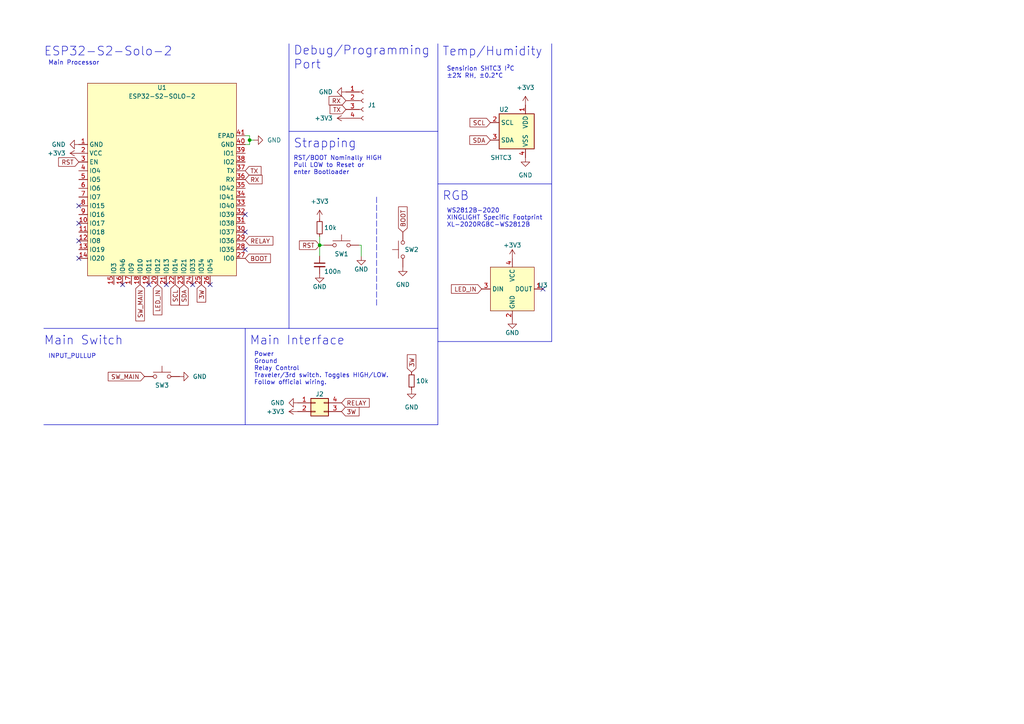
<source format=kicad_sch>
(kicad_sch (version 20230121) (generator eeschema)
  (paper "A4")
  (lib_symbols
    (symbol "Connector:Conn_01x04_Socket" (pin_names (offset 1.016) hide)
      (property "Reference" "J" (at 0 5.08 0))
      (property "Value" "Conn_01x04_Socket" (at 0 -7.62 0))
      (symbol "Conn_01x04_Socket_1_1"
        (arc (start 0 -4.572) (mid -0.5058 -5.08) (end 0 -5.588) (stroke (width 0.1524)))
        (arc (start 0 -2.032) (mid -0.5058 -2.54) (end 0 -3.048) (stroke (width 0.1524)))
        (polyline (pts (xy -1.27 -5.08) (xy -0.508 -5.08)) (stroke (width 0.1524)))
        (polyline (pts (xy -1.27 -2.54) (xy -0.508 -2.54)) (stroke (width 0.1524)))
        (polyline (pts (xy -1.27 0) (xy -0.508 0)) (stroke (width 0.1524)))
        (polyline (pts (xy -1.27 2.54) (xy -0.508 2.54)) (stroke (width 0.1524)))
        (arc (start 0 0.508) (mid -0.5058 0) (end 0 -0.508) (stroke (width 0.1524)))
        (arc (start 0 3.048) (mid -0.5058 2.54) (end 0 2.032) (stroke (width 0.1524)))
        (pin passive line (at -5.08 2.54 0) (length 3.81) (name "Pin_1") (number "1"))
        (pin passive line (at -5.08 0 0) (length 3.81) (name "Pin_2") (number "2"))
        (pin passive line (at -5.08 -2.54 0) (length 3.81) (name "Pin_3") (number "3"))
        (pin passive line (at -5.08 -5.08 0) (length 3.81) (name "Pin_4") (number "4"))
      )
    )
    (symbol "Connector_Generic:Conn_02x02_Counter_Clockwise" (pin_names (offset 1.016) hide)
      (property "Reference" "J" (at 1.27 2.54 0))
      (property "Value" "Conn_02x02_Counter_Clockwise" (at 1.27 -5.08 0))
      (symbol "Conn_02x02_Counter_Clockwise_1_1"
        (rectangle (start -1.27 -2.413) (end 0 -2.667) (stroke (width 0.1524)))
        (rectangle (start -1.27 0.127) (end 0 -0.127) (stroke (width 0.1524)))
        (rectangle (start -1.27 1.27) (end 3.81 -3.81) (stroke (width 0.254)) (fill (type background)))
        (rectangle (start 3.81 -2.413) (end 2.54 -2.667) (stroke (width 0.1524)))
        (rectangle (start 3.81 0.127) (end 2.54 -0.127) (stroke (width 0.1524)))
        (pin passive line (at -5.08 0 0) (length 3.81) (name "Pin_1") (number "1"))
        (pin passive line (at -5.08 -2.54 0) (length 3.81) (name "Pin_2") (number "2"))
        (pin passive line (at 7.62 -2.54 180) (length 3.81) (name "Pin_3") (number "3"))
        (pin passive line (at 7.62 0 180) (length 3.81) (name "Pin_4") (number "4"))
      )
    )
    (symbol "Device:C_Small" (pin_numbers hide) (pin_names (offset 0.254) hide)
      (property "Reference" "C" (at 0.254 1.778 0))
      (property "Value" "C_Small" (at 0.254 -2.032 0))
      (symbol "C_Small_0_1"
        (polyline (pts (xy -1.524 -0.508) (xy 1.524 -0.508)) (stroke (width 0.3302)))
        (polyline (pts (xy -1.524 0.508) (xy 1.524 0.508)) (stroke (width 0.3048)))
      )
      (symbol "C_Small_1_1"
        (pin passive line (at 0 2.54 270) (length 2.032) (name "~") (number "1"))
        (pin passive line (at 0 -2.54 90) (length 2.032) (name "~") (number "2"))
      )
    )
    (symbol "Device:R_Small" (pin_numbers hide) (pin_names (offset 0.254) hide)
      (property "Reference" "R" (at 0.762 0.508 0))
      (property "Value" "R_Small" (at 0.762 -1.016 0))
      (symbol "R_Small_0_1"
        (rectangle (start -0.762 1.778) (end 0.762 -1.778) (stroke (width 0.2032)))
      )
      (symbol "R_Small_1_1"
        (pin passive line (at 0 2.54 270) (length 0.762) (name "~") (number "1"))
        (pin passive line (at 0 -2.54 90) (length 0.762) (name "~") (number "2"))
      )
    )
    (symbol "LED_Custom:WS2812B-2020"
      (property "Reference" "U" (at 3.81 7.62 0))
      (symbol "WS2812B-2020_1_1"
        (rectangle (start -6.35 6.35) (end 6.35 -6.35) (fill (type background)))
        (pin output line (at 8.89 0 180) (length 2.54) (name "DOUT") (number "1"))
        (pin input line (at 0 -8.89 90) (length 2.54) (name "GND") (number "2"))
        (pin input line (at -8.89 0 0) (length 2.54) (name "DIN") (number "3"))
        (pin input line (at 0 8.89 270) (length 2.54) (name "VCC") (number "4"))
      )
    )
    (symbol "S2 Solo:ESP32-S2-SOLO-2"
      (property "Reference" "U" (at -19.05 25.4 0))
      (property "Value" "ESP32-S2-SOLO-2" (at 1.27 25.4 0))
      (symbol "ESP32-S2-SOLO-2_0_1"
        (rectangle (start 21.59 -27.94) (end -21.59 27.94) (fill (type background)))
      )
      (symbol "ESP32-S2-SOLO-2_1_1"
        (pin power_out line (at -24.13 10.16 0) (length 2.54) (name "GND") (number "1"))
        (pin input line (at -24.13 -12.7 0) (length 2.54) (name "IO17") (number "10"))
        (pin input line (at -24.13 -15.24 0) (length 2.54) (name "IO18") (number "11"))
        (pin input line (at -24.13 -17.78 0) (length 2.54) (name "IO8") (number "12"))
        (pin input line (at -24.13 -20.32 0) (length 2.54) (name "IO19") (number "13"))
        (pin input line (at -24.13 -22.86 0) (length 2.54) (name "IO20") (number "14"))
        (pin input line (at -13.97 -30.48 90) (length 2.54) (name "IO3") (number "15"))
        (pin input line (at -11.43 -30.48 90) (length 2.54) (name "IO46") (number "16"))
        (pin input line (at -8.89 -30.48 90) (length 2.54) (name "IO9") (number "17"))
        (pin input line (at -6.35 -30.48 90) (length 2.54) (name "IO10") (number "18"))
        (pin input line (at -3.81 -30.48 90) (length 2.54) (name "IO11") (number "19"))
        (pin power_in line (at -24.13 7.62 0) (length 2.54) (name "VCC") (number "2"))
        (pin input line (at -1.27 -30.48 90) (length 2.54) (name "IO12") (number "20"))
        (pin input line (at 1.27 -30.48 90) (length 2.54) (name "IO13") (number "21"))
        (pin input line (at 3.81 -30.48 90) (length 2.54) (name "IO14") (number "22"))
        (pin input line (at 6.35 -30.48 90) (length 2.54) (name "IO21") (number "23"))
        (pin input line (at 8.89 -30.48 90) (length 2.54) (name "IO33") (number "24"))
        (pin input line (at 11.43 -30.48 90) (length 2.54) (name "IO34") (number "25"))
        (pin input line (at 13.97 -30.48 90) (length 2.54) (name "IO45") (number "26"))
        (pin input line (at 24.13 -22.86 180) (length 2.54) (name "IO0") (number "27"))
        (pin input line (at 24.13 -20.32 180) (length 2.54) (name "IO35") (number "28"))
        (pin input line (at 24.13 -17.78 180) (length 2.54) (name "IO36") (number "29"))
        (pin input line (at -24.13 5.08 0) (length 2.54) (name "EN") (number "3"))
        (pin input line (at 24.13 -15.24 180) (length 2.54) (name "IO37") (number "30"))
        (pin input line (at 24.13 -12.7 180) (length 2.54) (name "IO38") (number "31"))
        (pin input line (at 24.13 -10.16 180) (length 2.54) (name "IO39") (number "32"))
        (pin input line (at 24.13 -7.62 180) (length 2.54) (name "IO40") (number "33"))
        (pin input line (at 24.13 -5.08 180) (length 2.54) (name "IO41") (number "34"))
        (pin input line (at 24.13 -2.54 180) (length 2.54) (name "IO42") (number "35"))
        (pin input line (at 24.13 0 180) (length 2.54) (name "RX") (number "36"))
        (pin input line (at 24.13 2.54 180) (length 2.54) (name "TX") (number "37"))
        (pin input line (at 24.13 5.08 180) (length 2.54) (name "IO2") (number "38"))
        (pin input line (at 24.13 7.62 180) (length 2.54) (name "IO1") (number "39"))
        (pin input line (at -24.13 2.54 0) (length 2.54) (name "IO4") (number "4"))
        (pin input line (at 24.13 10.16 180) (length 2.54) (name "GND") (number "40"))
        (pin input line (at 24.13 12.7 180) (length 2.54) (name "EPAD") (number "41"))
        (pin input line (at -24.13 0 0) (length 2.54) (name "IO5") (number "5"))
        (pin input line (at -24.13 -2.54 0) (length 2.54) (name "IO6") (number "6"))
        (pin input line (at -24.13 -5.08 0) (length 2.54) (name "IO7") (number "7"))
        (pin input line (at -24.13 -7.62 0) (length 2.54) (name "IO15") (number "8"))
        (pin input line (at -24.13 -10.16 0) (length 2.54) (name "IO16") (number "9"))
      )
    )
    (symbol "Sensor_Humidity:SHTC3"
      (property "Reference" "U" (at -3.81 6.35 0))
      (property "Value" "SHTC3" (at -2.54 -6.35 0))
      (symbol "SHTC3_1_1"
        (rectangle (start -5.08 5.08) (end 5.08 -5.08) (stroke (width 0.254)) (fill (type background)))
        (pin power_in line (at 2.54 7.62 270) (length 2.54) (name "VDD") (number "1"))
        (pin input line (at -7.62 2.54 0) (length 2.54) (name "SCL") (number "2"))
        (pin bidirectional line (at -7.62 -2.54 0) (length 2.54) (name "SDA") (number "3"))
        (pin power_in line (at 2.54 -7.62 90) (length 2.54) (name "VSS") (number "4"))
        (pin no_connect line (at 5.08 0 180) (length 2.54) hide (name "NC") (number "5"))
      )
    )
    (symbol "Switch:SW_Push" (pin_numbers hide) (pin_names (offset 1.016) hide)
      (property "Reference" "SW" (at 1.27 2.54 0))
      (property "Value" "SW_Push" (at 0 -1.524 0))
      (symbol "SW_Push_0_1"
        (circle (center -2.032 0) (radius 0.508))
        (polyline (pts (xy 0 1.27) (xy 0 3.048)))
        (polyline (pts (xy 2.54 1.27) (xy -2.54 1.27)))
        (circle (center 2.032 0) (radius 0.508))
        (pin passive line (at -5.08 0 0) (length 2.54) (name "1") (number "1"))
        (pin passive line (at 5.08 0 180) (length 2.54) (name "2") (number "2"))
      )
    )
    (symbol "power:+3V3" (power) (pin_names (offset 0))
      (property "Value" "+3V3" (at 0 3.556 0))
      (symbol "+3V3_0_1"
        (polyline (pts (xy -0.762 1.27) (xy 0 2.54)))
        (polyline (pts (xy 0 0) (xy 0 2.54)))
        (polyline (pts (xy 0 2.54) (xy 0.762 1.27)))
      )
      (symbol "+3V3_1_1"
        (pin power_in line (at 0 0 90) (length 0) hide (name "+3V3") (number "1"))
      )
    )
    (symbol "power:GND" (power) (pin_names (offset 0))
      (property "Value" "GND" (at 0 -3.81 0))
      (symbol "GND_0_1"
        (polyline (pts (xy 0 0) (xy 0 -1.27) (xy 1.27 -1.27) (xy 0 -2.54) (xy -1.27 -1.27) (xy 0 -1.27)))
      )
      (symbol "GND_1_1"
        (pin power_in line (at 0 0 270) (length 0) hide (name "GND") (number "1"))
      )
    )
  )
  (junction (at 92.71 71.12))
  (junction (at 72.39 40.64))
  (no_connect (at 55.88 82.55))
  (no_connect (at 157.48 83.82))
  (no_connect (at 71.12 62.23))
  (no_connect (at 48.26 82.55))
  (no_connect (at 22.86 69.85))
  (no_connect (at 22.86 59.69))
  (no_connect (at 35.56 82.55))
  (no_connect (at 22.86 64.77))
  (no_connect (at 71.12 67.31))
  (no_connect (at 43.18 82.55))
  (no_connect (at 22.86 74.93))
  (no_connect (at 71.12 72.39))
  (no_connect (at 60.96 82.55))
  (polyline (pts (xy 160.02 99.06) (xy 127 99.06)))
  (polyline (pts (xy 12.7 123.19) (xy 83.82 123.19)))
  (wire (pts (xy 71.12 41.91) (xy 72.39 41.91)))
  (wire (pts (xy 92.71 68.58) (xy 92.71 71.12)))
  (polyline (pts (xy 83.82 123.19) (xy 127 123.19)))
  (wire (pts (xy 104.775 74.295) (xy 104.775 71.12)))
  (wire (pts (xy 72.39 40.64) (xy 73.66 40.64)))
  (polyline (pts (xy 127 38.1) (xy 127 95.25)))
  (wire (pts (xy 104.775 71.12) (xy 104.14 71.12)))
  (polyline (pts (xy 71.12 123.19) (xy 71.12 95.25)))
  (polyline (pts (xy 127 123.19) (xy 127 95.25)))
  (polyline (pts (xy 127 12.7) (xy 127 38.1)))
  (wire (pts (xy 92.71 71.12) (xy 93.98 71.12)))
  (wire (pts (xy 92.71 71.12) (xy 92.71 74.295)))
  (wire (pts (xy 72.39 39.37) (xy 72.39 40.64)))
  (polyline (pts (xy 83.82 12.7) (xy 83.82 95.25)))
  (polyline (pts (xy 127 95.25) (xy 83.82 95.25)))
  (wire (pts (xy 71.12 39.37) (xy 72.39 39.37)))
  (polyline (pts (xy 12.7 95.25) (xy 83.82 95.25)))
  (wire (pts (xy 72.39 40.64) (xy 72.39 41.91)))
  (polyline (pts (xy 83.82 38.1) (xy 127 38.1)))
  (polyline (pts (xy 160.02 12.7) (xy 160.02 53.34)))
  (polyline (pts (xy 127 53.34) (xy 160.02 53.34)))
  (polyline (pts (xy 109.22 57.15) (xy 109.22 88.9)) (stroke (width 0) (type dash)))
  (polyline (pts (xy 160.02 53.34) (xy 160.02 99.06)))
  (text "Power\nGround\nRelay Control\nTraveler/3rd switch. Toggles HIGH/LOW.\nFollow official wiring." (at 73.66 111.76 0) (effects (font (size 1.27 1.27)) (justify left bottom)))
  (text "Main Switch" (at 12.7 100.33 0) (effects (font (size 2.54 2.54)) (justify left bottom)))
  (text "ESP32-S2-Solo-2\n" (at 12.7 16.51 0) (effects (font (size 2.54 2.54)) (justify left bottom)))
  (text "Main Processor" (at 13.97 19.05 0) (effects (font (size 1.27 1.27)) (justify left bottom)))
  (text "Sensirion SHTC3 I²C\n±2% RH, ±0.2°C" (at 129.54 22.86 0) (effects (font (size 1.27 1.27)) (justify left bottom)))
  (text "WS2812B-2020\nXINGLIGHT Specific Footprint\nXL-2020RGBC-WS2812B" (at 129.54 66.04 0) (effects (font (size 1.27 1.27)) (justify left bottom)))
  (text "Debug/Programming\nPort" (at 85.09 20.32 0) (effects (font (size 2.54 2.54)) (justify left bottom)))
  (text "Main Interface" (at 72.39 100.33 0) (effects (font (size 2.54 2.54)) (justify left bottom)))
  (text "INPUT_PULLUP" (at 13.97 104.14 0) (effects (font (size 1.27 1.27)) (justify left bottom)))
  (text "RGB" (at 128.27 58.42 0) (effects (font (size 2.54 2.54)) (justify left bottom)))
  (text "Temp/Humidity" (at 128.27 16.51 0) (effects (font (size 2.54 2.54)) (justify left bottom)))
  (text "Strapping" (at 85.09 43.18 0) (effects (font (size 2.54 2.54)) (justify left bottom)))
  (text "RST/BOOT Nominally HIGH\nPull LOW to Reset or\nenter Bootloader" (at 85.09 50.8 0) (effects (font (size 1.27 1.27)) (justify left bottom)))
  (global_label "SW_MAIN" (shape input) (at 40.64 82.55 270) (property "Intersheetrefs" "${INTERSHEET_REFS}" (effects hide)))
  (global_label "3W" (shape input) (at 119.38 107.95 90) (property "Intersheetrefs" "${INTERSHEET_REFS}" (effects hide)))
  (global_label "SW_MAIN" (shape input) (at 41.91 109.22 180) (property "Intersheetrefs" "${INTERSHEET_REFS}" (effects hide)))
  (global_label "SDA" (shape input) (at 53.34 82.55 270) (property "Intersheetrefs" "${INTERSHEET_REFS}" (effects hide)))
  (global_label "SCL" (shape input) (at 50.8 82.55 270) (property "Intersheetrefs" "${INTERSHEET_REFS}" (effects hide)))
  (global_label "3W" (shape input) (at 58.42 82.55 270) (property "Intersheetrefs" "${INTERSHEET_REFS}" (effects hide)))
  (global_label "RX" (shape input) (at 100.33 29.21 180) (property "Intersheetrefs" "${INTERSHEET_REFS}" (effects hide)))
  (global_label "3W" (shape input) (at 99.06 119.38 0) (property "Intersheetrefs" "${INTERSHEET_REFS}" (effects hide)))
  (global_label "SDA" (shape input) (at 142.24 40.64 180) (property "Intersheetrefs" "${INTERSHEET_REFS}" (effects hide)))
  (global_label "TX" (shape input) (at 100.33 31.75 180) (property "Intersheetrefs" "${INTERSHEET_REFS}" (effects hide)))
  (global_label "BOOT" (shape input) (at 71.12 74.93 0) (property "Intersheetrefs" "${INTERSHEET_REFS}" (effects hide)))
  (global_label "BOOT" (shape input) (at 116.84 67.31 90) (property "Intersheetrefs" "${INTERSHEET_REFS}" (effects hide)))
  (global_label "RX" (shape input) (at 71.12 52.07 0) (property "Intersheetrefs" "${INTERSHEET_REFS}" (effects hide)))
  (global_label "RELAY" (shape input) (at 99.06 116.84 0) (property "Intersheetrefs" "${INTERSHEET_REFS}" (effects hide)))
  (global_label "LED_IN" (shape input) (at 139.7 83.82 180) (property "Intersheetrefs" "${INTERSHEET_REFS}" (effects hide)))
  (global_label "RST" (shape input) (at 22.86 46.99 180) (property "Intersheetrefs" "${INTERSHEET_REFS}" (effects hide)))
  (global_label "LED_IN" (shape input) (at 45.72 82.55 270) (property "Intersheetrefs" "${INTERSHEET_REFS}" (effects hide)))
  (global_label "SCL" (shape input) (at 142.24 35.56 180) (property "Intersheetrefs" "${INTERSHEET_REFS}" (effects hide)))
  (global_label "TX" (shape input) (at 71.12 49.53 0) (property "Intersheetrefs" "${INTERSHEET_REFS}" (effects hide)))
  (global_label "RST" (shape input) (at 92.71 71.12 180) (property "Intersheetrefs" "${INTERSHEET_REFS}" (effects hide)))
  (global_label "RELAY" (shape input) (at 71.12 69.85 0) (property "Intersheetrefs" "${INTERSHEET_REFS}" (effects hide)))
  (symbol (lib_id "Connector_Generic:Conn_02x02_Counter_Clockwise") (at 91.44 116.84 0) (unit 1)
    (property "Reference" "J2" (at 92.71 114.3 0))
    (property "Value" "Conn_02x02_Counter_Clockwise" (effects hide))
    (property "Footprint" "Connector_PinSocket_2.54mm:PinSocket_2x02_P2.54mm_Vertical" (effects hide))
  )
  (symbol (lib_id "power:+3V3") (at 22.86 44.45 90) (unit 1)
    (property "Reference" "#PWR05" (effects hide))
    (property "Value" "+3V3" (at 19.05 44.45 90) (effects (justify left)))
  )
  (symbol (lib_id "power:GND") (at 86.36 116.84 270) (unit 1)
    (property "Reference" "#PWR012" (effects hide))
    (property "Value" "GND" (at 82.55 116.84 90) (effects (justify right)))
  )
  (symbol (lib_id "S2 Solo:ESP32-S2-SOLO-2") (at 46.99 52.07 0) (unit 1)
    (property "Reference" "U1" (at 46.99 25.4 0))
    (property "Value" "ESP32-S2-SOLO-2" (at 46.99 27.94 0))
    (property "Footprint" "RF_Module:ESP32-S3-WROOM-1" (effects hide))
  )
  (symbol (lib_id "power:GND") (at 104.775 74.295 0) (unit 1)
    (property "Reference" "#PWR07" (effects hide))
    (property "Value" "GND" (at 104.775 78.105 0))
  )
  (symbol (lib_id "LED_Custom:WS2812B-2020") (at 148.59 83.82 0) (unit 1)
    (property "Reference" "U3" (at 157.48 82.7121 0))
    (property "Value" "XL-2020RGBC-WS2812B" (effects hide))
    (property "Footprint" "LED_SMD:LED_WS2812B-2020_PLCC4_2.0x2.0mm" (effects hide))
  )
  (symbol (lib_id "power:+3V3") (at 100.33 34.29 90) (unit 1)
    (property "Reference" "#PWR01" (effects hide))
    (property "Value" "+3V3" (at 96.52 34.29 90) (effects (justify left)))
  )
  (symbol (lib_id "Device:R_Small") (at 119.38 110.49 0) (unit 1)
    (property "Reference" "R2" (effects hide))
    (property "Value" "10k" (at 120.65 110.49 0) (effects (justify left)))
    (property "Footprint" "Resistor_SMD:R_0603_1608Metric" (effects hide))
  )
  (symbol (lib_id "power:GND") (at 100.33 26.67 270) (unit 1)
    (property "Reference" "#PWR02" (effects hide))
    (property "Value" "GND" (at 96.52 26.67 90) (effects (justify right)))
  )
  (symbol (lib_id "power:GND") (at 92.71 79.375 0) (unit 1)
    (property "Reference" "#PWR08" (effects hide))
    (property "Value" "GND" (at 92.71 83.185 0))
  )
  (symbol (lib_id "power:GND") (at 152.4 45.72 0) (unit 1)
    (property "Reference" "#PWR015" (effects hide))
    (property "Value" "GND" (at 152.4 50.8 0))
  )
  (symbol (lib_id "power:+3V3") (at 86.36 119.38 90) (unit 1)
    (property "Reference" "#PWR011" (effects hide))
    (property "Value" "+3V3" (at 82.55 119.38 90) (effects (justify left)))
  )
  (symbol (lib_id "Switch:SW_Push") (at 99.06 71.12 0) (unit 1)
    (property "Reference" "SW1" (at 99.06 73.66 0))
    (property "Value" "SW_Push" (effects hide))
    (property "Footprint" "Button_Switch_SMD:SW_SPST_SKQG_WithStem" (effects hide))
  )
  (symbol (lib_id "Switch:SW_Push") (at 46.99 109.22 0) (unit 1)
    (property "Reference" "SW3" (at 46.99 111.76 0))
    (property "Value" "SW_Push" (effects hide))
    (property "Footprint" "Button_Switch_SMD:SW_SPST_SKQG_WithStem" (effects hide))
  )
  (symbol (lib_id "power:+3V3") (at 152.4 30.48 0) (unit 1)
    (property "Reference" "#PWR014" (effects hide))
    (property "Value" "+3V3" (at 152.4 25.4 0))
  )
  (symbol (lib_id "power:GND") (at 73.66 40.64 90) (unit 1)
    (property "Reference" "#PWR03" (effects hide))
    (property "Value" "GND" (at 77.47 40.64 90) (effects (justify right)))
  )
  (symbol (lib_id "Connector:Conn_01x04_Socket") (at 105.41 29.21 0) (unit 1)
    (property "Reference" "J1" (at 106.68 30.48 0) (effects (justify left)))
    (property "Value" "Conn_01x04_Socket" (effects hide))
    (property "Footprint" "Connector_PinHeader_2.54mm:PinHeader_1x04_P2.54mm_Vertical" (effects hide))
  )
  (symbol (lib_id "power:GND") (at 119.38 113.03 0) (unit 1)
    (property "Reference" "#PWR013" (effects hide))
    (property "Value" "GND" (at 119.38 118.11 0))
  )
  (symbol (lib_id "Switch:SW_Push") (at 116.84 72.39 90) (unit 1)
    (property "Reference" "SW2" (at 119.38 72.39 90))
    (property "Value" "SW_Push" (effects hide))
    (property "Footprint" "Button_Switch_SMD:SW_SPST_SKQG_WithStem" (effects hide))
  )
  (symbol (lib_id "Device:C_Small") (at 92.71 76.835 0) (unit 1)
    (property "Reference" "C1" (effects hide))
    (property "Value" "100n" (at 93.98 78.74 0) (effects (justify left)))
    (property "Footprint" "Capacitor_SMD:C_0402_1005Metric" (effects hide))
  )
  (symbol (lib_id "power:GND") (at 52.07 109.22 90) (unit 1)
    (property "Reference" "#PWR010" (effects hide))
    (property "Value" "GND" (at 55.88 109.22 90) (effects (justify right)))
  )
  (symbol (lib_id "power:GND") (at 148.59 92.71 0) (unit 1)
    (property "Reference" "#PWR017" (effects hide))
    (property "Value" "GND" (at 148.59 96.52 0))
  )
  (symbol (lib_id "power:GND") (at 116.84 77.47 0) (unit 1)
    (property "Reference" "#PWR09" (effects hide))
    (property "Value" "GND" (at 116.84 82.55 0))
  )
  (symbol (lib_id "Sensor_Humidity:SHTC3") (at 149.86 38.1 0) (unit 1)
    (property "Reference" "U2" (at 144.78 31.75 0) (effects (justify left)))
    (property "Value" "SHTC3" (at 142.24 45.72 0) (effects (justify left)))
    (property "Footprint" "Sensor_Humidity:Sensirion_DFN-4-1EP_2x2mm_P1mm_EP0.7x1.6mm" (effects hide))
    (property "Datasheet" "https://www.sensirion.com/fileadmin/user_upload/customers/sensirion/Dokumente/0_Datasheets/Humidity/Sensirion_Humidity_Sensors_SHTC3_Datasheet.pdf" (effects hide))
  )
  (symbol (lib_id "Device:R_Small") (at 92.71 66.04 180) (unit 1)
    (property "Reference" "R1" (effects hide))
    (property "Value" "10k" (at 93.98 66.04 0) (effects (justify right)))
    (property "Footprint" "Resistor_SMD:R_0402_1005Metric" (effects hide))
  )
  (symbol (lib_id "power:GND") (at 22.86 41.91 270) (unit 1)
    (property "Reference" "#PWR04" (effects hide))
    (property "Value" "GND" (at 19.05 41.91 90) (effects (justify right)))
  )
  (symbol (lib_id "power:+3V3") (at 148.59 74.93 0) (unit 1)
    (property "Reference" "#PWR016" (effects hide))
    (property "Value" "+3V3" (at 148.59 71.12 0))
  )
  (symbol (lib_id "power:+3V3") (at 92.71 63.5 0) (unit 1)
    (property "Reference" "#PWR06" (effects hide))
    (property "Value" "+3V3" (at 92.71 58.42 0))
  )
)
</source>
